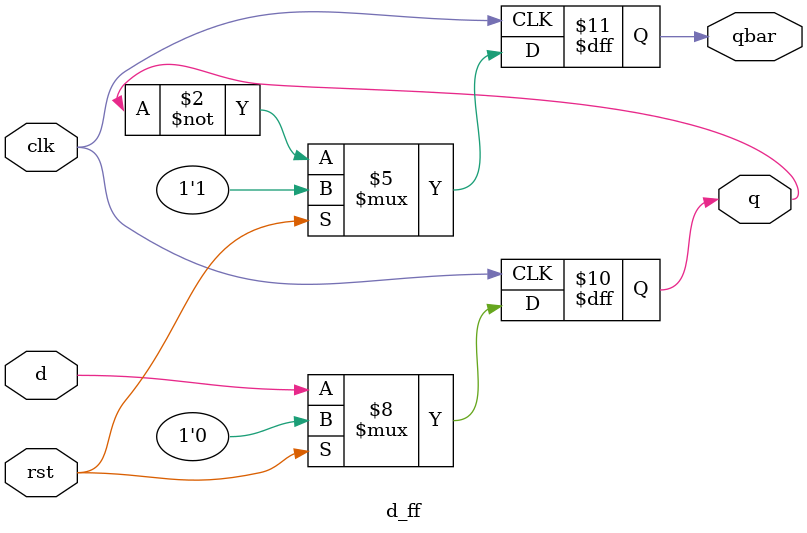
<source format=v>
module divide_by_3(
    input clk,reset,
    output q
    );
    
    wire w1,w2;
    wire qbar,qbar1,qbar2,q1,q2;
     
    d_ff a1(w2,clk,reset,w1,qbar1);
    d_ff a2(w1,clk,reset,q1,qbar);
    and a3(w2,qbar1,qbar);
    d_ff a4(q1,~clk,reset,q2,qbar2);
    or a5(q,q1,q2);
    
endmodule

module d_ff(
    input d,clk,rst,
    output reg q,qbar);
    initial 
    begin 
        q=1;
        qbar=0; 
    end
    always@(posedge clk)
    begin
        if(rst)
        begin
            q<=0;
            qbar<=1;
        end
        
        else
        begin
            q<=d;
            qbar<=~q; 
        end
    end
endmodule

</source>
